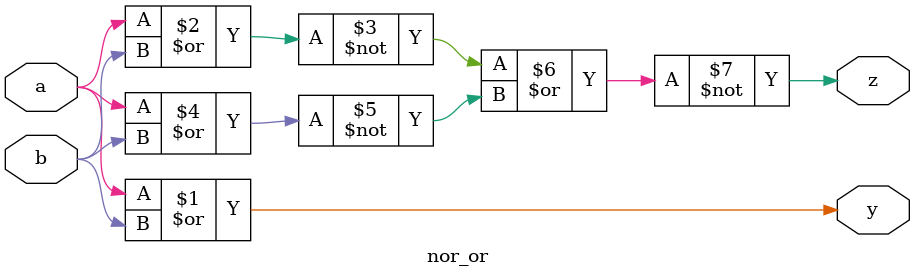
<source format=v>
module nor_or(a,b,y,z);
input a,b;
output y,z;

assign y=a|b;
assign z=(a~|b)~|(a~|b);

initial
begin
	$display("This using NOR");
end
endmodule

</source>
